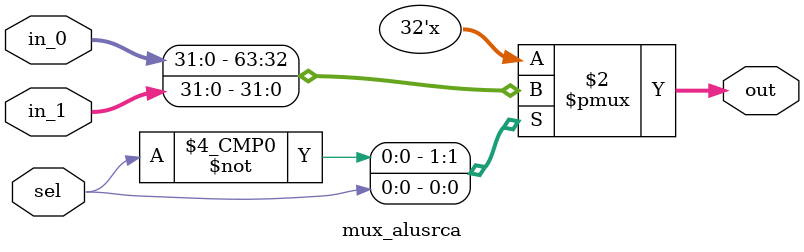
<source format=v>
module mux_alusrca(
    input wire [31:0] in_0, // pc
    input wire [31:0] in_1, // registrador a
    input wire sel,
    output reg [31:0] out
);
  
  always@(*) begin
    case (sel)
      1'b0: out = in_0;
      1'b1: out = in_1;
    endcase
  end
endmodule

</source>
